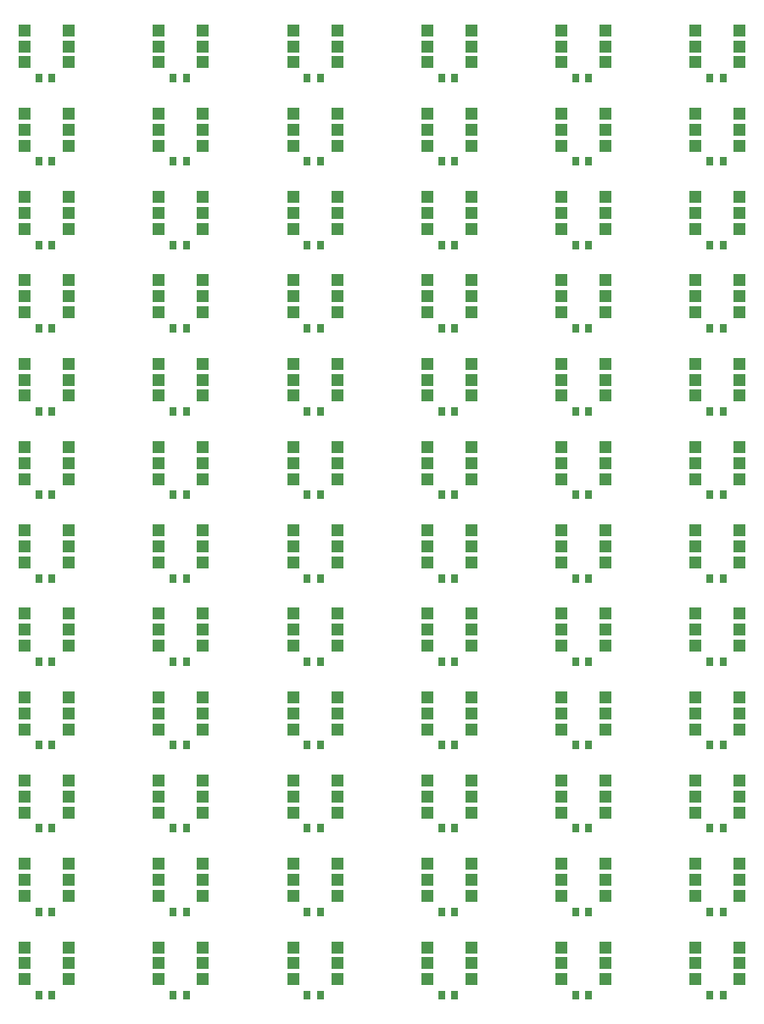
<source format=gtp>
G75*
%MOIN*%
%OFA0B0*%
%FSLAX24Y24*%
%IPPOS*%
%LPD*%
%AMOC8*
5,1,8,0,0,1.08239X$1,22.5*
%
%ADD10R,0.0276X0.0354*%
%ADD11R,0.0512X0.0472*%
D10*
X003874Y000570D03*
X004386Y000570D03*
X004386Y003846D03*
X003874Y003846D03*
X003874Y007121D03*
X004386Y007121D03*
X004386Y010397D03*
X003874Y010397D03*
X003874Y013672D03*
X004386Y013672D03*
X004386Y016948D03*
X003874Y016948D03*
X003874Y020224D03*
X004386Y020224D03*
X004386Y023499D03*
X003874Y023499D03*
X003874Y026775D03*
X004386Y026775D03*
X004386Y030050D03*
X003874Y030050D03*
X003874Y033326D03*
X004386Y033326D03*
X004386Y036601D03*
X003874Y036601D03*
X009149Y036601D03*
X009661Y036601D03*
X009661Y033326D03*
X009149Y033326D03*
X009149Y030050D03*
X009661Y030050D03*
X009661Y026775D03*
X009149Y026775D03*
X009149Y023499D03*
X009661Y023499D03*
X009661Y020224D03*
X009149Y020224D03*
X009149Y016948D03*
X009661Y016948D03*
X009661Y013672D03*
X009149Y013672D03*
X009149Y010397D03*
X009661Y010397D03*
X009661Y007121D03*
X009149Y007121D03*
X009149Y003846D03*
X009661Y003846D03*
X009661Y000570D03*
X009149Y000570D03*
X014425Y000570D03*
X014937Y000570D03*
X014937Y003846D03*
X014425Y003846D03*
X014425Y007121D03*
X014937Y007121D03*
X014937Y010397D03*
X014425Y010397D03*
X014425Y013672D03*
X014937Y013672D03*
X014937Y016948D03*
X014425Y016948D03*
X014425Y020224D03*
X014937Y020224D03*
X014937Y023499D03*
X014425Y023499D03*
X014425Y026775D03*
X014937Y026775D03*
X014937Y030050D03*
X014425Y030050D03*
X014425Y033326D03*
X014937Y033326D03*
X014937Y036601D03*
X014425Y036601D03*
X019701Y036601D03*
X020212Y036601D03*
X020212Y033326D03*
X019701Y033326D03*
X019701Y030050D03*
X020212Y030050D03*
X020212Y026775D03*
X019701Y026775D03*
X019701Y023499D03*
X020212Y023499D03*
X020212Y020224D03*
X019701Y020224D03*
X019701Y016948D03*
X020212Y016948D03*
X020212Y013672D03*
X019701Y013672D03*
X019701Y010397D03*
X020212Y010397D03*
X020212Y007121D03*
X019701Y007121D03*
X019701Y003846D03*
X020212Y003846D03*
X020212Y000570D03*
X019701Y000570D03*
X024976Y000570D03*
X025488Y000570D03*
X025488Y003846D03*
X024976Y003846D03*
X024976Y007121D03*
X025488Y007121D03*
X025488Y010397D03*
X024976Y010397D03*
X024976Y013672D03*
X025488Y013672D03*
X025488Y016948D03*
X024976Y016948D03*
X024976Y020224D03*
X025488Y020224D03*
X025488Y023499D03*
X024976Y023499D03*
X024976Y026775D03*
X025488Y026775D03*
X025488Y030050D03*
X024976Y030050D03*
X024976Y033326D03*
X025488Y033326D03*
X025488Y036601D03*
X024976Y036601D03*
X030252Y036601D03*
X030764Y036601D03*
X030764Y033326D03*
X030252Y033326D03*
X030252Y030050D03*
X030764Y030050D03*
X030764Y026775D03*
X030252Y026775D03*
X030252Y023499D03*
X030764Y023499D03*
X030764Y020224D03*
X030252Y020224D03*
X030252Y016948D03*
X030764Y016948D03*
X030764Y013672D03*
X030252Y013672D03*
X030252Y010397D03*
X030764Y010397D03*
X030764Y007121D03*
X030252Y007121D03*
X030252Y003846D03*
X030764Y003846D03*
X030764Y000570D03*
X030252Y000570D03*
D11*
X003314Y001190D03*
X003314Y001820D03*
X003314Y002450D03*
X005046Y002450D03*
X005046Y001820D03*
X005046Y001190D03*
X005046Y004466D03*
X005046Y005096D03*
X005046Y005726D03*
X003314Y005726D03*
X003314Y005096D03*
X003314Y004466D03*
X003314Y007741D03*
X003314Y008371D03*
X003314Y009001D03*
X005046Y009001D03*
X005046Y008371D03*
X005046Y007741D03*
X005046Y011017D03*
X005046Y011647D03*
X005046Y012277D03*
X003314Y012277D03*
X003314Y011647D03*
X003314Y011017D03*
X003314Y014292D03*
X003314Y014922D03*
X003314Y015552D03*
X005046Y015552D03*
X005046Y014922D03*
X005046Y014292D03*
X005046Y017568D03*
X005046Y018198D03*
X005046Y018828D03*
X003314Y018828D03*
X003314Y018198D03*
X003314Y017568D03*
X003314Y020844D03*
X003314Y021474D03*
X003314Y022103D03*
X005046Y022103D03*
X005046Y021474D03*
X005046Y020844D03*
X005046Y024119D03*
X005046Y024749D03*
X005046Y025379D03*
X003314Y025379D03*
X003314Y024749D03*
X003314Y024119D03*
X003314Y027395D03*
X003314Y028025D03*
X003314Y028655D03*
X005046Y028655D03*
X005046Y028025D03*
X005046Y027395D03*
X005046Y030670D03*
X005046Y031300D03*
X005046Y031930D03*
X003314Y031930D03*
X003314Y031300D03*
X003314Y030670D03*
X003314Y033946D03*
X003314Y034576D03*
X003314Y035206D03*
X005046Y035206D03*
X005046Y034576D03*
X005046Y033946D03*
X005046Y037222D03*
X005046Y037851D03*
X005046Y038481D03*
X003314Y038481D03*
X003314Y037851D03*
X003314Y037222D03*
X008589Y037222D03*
X008589Y037851D03*
X008589Y038481D03*
X010322Y038481D03*
X010322Y037851D03*
X010322Y037222D03*
X010322Y035206D03*
X010322Y034576D03*
X010322Y033946D03*
X008589Y033946D03*
X008589Y034576D03*
X008589Y035206D03*
X008589Y031930D03*
X008589Y031300D03*
X008589Y030670D03*
X010322Y030670D03*
X010322Y031300D03*
X010322Y031930D03*
X010322Y028655D03*
X010322Y028025D03*
X010322Y027395D03*
X008589Y027395D03*
X008589Y028025D03*
X008589Y028655D03*
X008589Y025379D03*
X008589Y024749D03*
X008589Y024119D03*
X010322Y024119D03*
X010322Y024749D03*
X010322Y025379D03*
X010322Y022103D03*
X010322Y021474D03*
X010322Y020844D03*
X008589Y020844D03*
X008589Y021474D03*
X008589Y022103D03*
X008589Y018828D03*
X008589Y018198D03*
X008589Y017568D03*
X010322Y017568D03*
X010322Y018198D03*
X010322Y018828D03*
X010322Y015552D03*
X010322Y014922D03*
X010322Y014292D03*
X008589Y014292D03*
X008589Y014922D03*
X008589Y015552D03*
X008589Y012277D03*
X008589Y011647D03*
X008589Y011017D03*
X010322Y011017D03*
X010322Y011647D03*
X010322Y012277D03*
X010322Y009001D03*
X010322Y008371D03*
X010322Y007741D03*
X008589Y007741D03*
X008589Y008371D03*
X008589Y009001D03*
X008589Y005726D03*
X008589Y005096D03*
X008589Y004466D03*
X010322Y004466D03*
X010322Y005096D03*
X010322Y005726D03*
X010322Y002450D03*
X010322Y001820D03*
X010322Y001190D03*
X008589Y001190D03*
X008589Y001820D03*
X008589Y002450D03*
X013865Y002450D03*
X013865Y001820D03*
X013865Y001190D03*
X015597Y001190D03*
X015597Y001820D03*
X015597Y002450D03*
X015597Y004466D03*
X015597Y005096D03*
X015597Y005726D03*
X013865Y005726D03*
X013865Y005096D03*
X013865Y004466D03*
X013865Y007741D03*
X013865Y008371D03*
X013865Y009001D03*
X015597Y009001D03*
X015597Y008371D03*
X015597Y007741D03*
X015597Y011017D03*
X015597Y011647D03*
X015597Y012277D03*
X013865Y012277D03*
X013865Y011647D03*
X013865Y011017D03*
X013865Y014292D03*
X013865Y014922D03*
X013865Y015552D03*
X015597Y015552D03*
X015597Y014922D03*
X015597Y014292D03*
X015597Y017568D03*
X015597Y018198D03*
X015597Y018828D03*
X013865Y018828D03*
X013865Y018198D03*
X013865Y017568D03*
X013865Y020844D03*
X013865Y021474D03*
X013865Y022103D03*
X015597Y022103D03*
X015597Y021474D03*
X015597Y020844D03*
X015597Y024119D03*
X015597Y024749D03*
X015597Y025379D03*
X013865Y025379D03*
X013865Y024749D03*
X013865Y024119D03*
X013865Y027395D03*
X013865Y028025D03*
X013865Y028655D03*
X015597Y028655D03*
X015597Y028025D03*
X015597Y027395D03*
X015597Y030670D03*
X015597Y031300D03*
X015597Y031930D03*
X013865Y031930D03*
X013865Y031300D03*
X013865Y030670D03*
X013865Y033946D03*
X013865Y034576D03*
X013865Y035206D03*
X015597Y035206D03*
X015597Y034576D03*
X015597Y033946D03*
X015597Y037222D03*
X015597Y037851D03*
X015597Y038481D03*
X013865Y038481D03*
X013865Y037851D03*
X013865Y037222D03*
X019140Y037222D03*
X019140Y037851D03*
X019140Y038481D03*
X020873Y038481D03*
X020873Y037851D03*
X020873Y037222D03*
X020873Y035206D03*
X020873Y034576D03*
X020873Y033946D03*
X019140Y033946D03*
X019140Y034576D03*
X019140Y035206D03*
X019140Y031930D03*
X019140Y031300D03*
X019140Y030670D03*
X020873Y030670D03*
X020873Y031300D03*
X020873Y031930D03*
X020873Y028655D03*
X020873Y028025D03*
X020873Y027395D03*
X019140Y027395D03*
X019140Y028025D03*
X019140Y028655D03*
X019140Y025379D03*
X019140Y024749D03*
X019140Y024119D03*
X020873Y024119D03*
X020873Y024749D03*
X020873Y025379D03*
X020873Y022103D03*
X020873Y021474D03*
X020873Y020844D03*
X019140Y020844D03*
X019140Y021474D03*
X019140Y022103D03*
X019140Y018828D03*
X019140Y018198D03*
X019140Y017568D03*
X020873Y017568D03*
X020873Y018198D03*
X020873Y018828D03*
X020873Y015552D03*
X020873Y014922D03*
X020873Y014292D03*
X019140Y014292D03*
X019140Y014922D03*
X019140Y015552D03*
X019140Y012277D03*
X019140Y011647D03*
X019140Y011017D03*
X020873Y011017D03*
X020873Y011647D03*
X020873Y012277D03*
X020873Y009001D03*
X020873Y008371D03*
X020873Y007741D03*
X019140Y007741D03*
X019140Y008371D03*
X019140Y009001D03*
X019140Y005726D03*
X019140Y005096D03*
X019140Y004466D03*
X020873Y004466D03*
X020873Y005096D03*
X020873Y005726D03*
X020873Y002450D03*
X020873Y001820D03*
X020873Y001190D03*
X019140Y001190D03*
X019140Y001820D03*
X019140Y002450D03*
X024416Y002450D03*
X024416Y001820D03*
X024416Y001190D03*
X026148Y001190D03*
X026148Y001820D03*
X026148Y002450D03*
X026148Y004466D03*
X026148Y005096D03*
X026148Y005726D03*
X024416Y005726D03*
X024416Y005096D03*
X024416Y004466D03*
X024416Y007741D03*
X024416Y008371D03*
X024416Y009001D03*
X026148Y009001D03*
X026148Y008371D03*
X026148Y007741D03*
X026148Y011017D03*
X026148Y011647D03*
X026148Y012277D03*
X024416Y012277D03*
X024416Y011647D03*
X024416Y011017D03*
X024416Y014292D03*
X024416Y014922D03*
X024416Y015552D03*
X026148Y015552D03*
X026148Y014922D03*
X026148Y014292D03*
X026148Y017568D03*
X026148Y018198D03*
X026148Y018828D03*
X024416Y018828D03*
X024416Y018198D03*
X024416Y017568D03*
X024416Y020844D03*
X024416Y021474D03*
X024416Y022103D03*
X026148Y022103D03*
X026148Y021474D03*
X026148Y020844D03*
X026148Y024119D03*
X026148Y024749D03*
X026148Y025379D03*
X024416Y025379D03*
X024416Y024749D03*
X024416Y024119D03*
X024416Y027395D03*
X024416Y028025D03*
X024416Y028655D03*
X026148Y028655D03*
X026148Y028025D03*
X026148Y027395D03*
X026148Y030670D03*
X026148Y031300D03*
X026148Y031930D03*
X024416Y031930D03*
X024416Y031300D03*
X024416Y030670D03*
X024416Y033946D03*
X024416Y034576D03*
X024416Y035206D03*
X026148Y035206D03*
X026148Y034576D03*
X026148Y033946D03*
X026148Y037222D03*
X026148Y037851D03*
X026148Y038481D03*
X024416Y038481D03*
X024416Y037851D03*
X024416Y037222D03*
X029692Y037222D03*
X029692Y037851D03*
X029692Y038481D03*
X031424Y038481D03*
X031424Y037851D03*
X031424Y037222D03*
X031424Y035206D03*
X031424Y034576D03*
X031424Y033946D03*
X029692Y033946D03*
X029692Y034576D03*
X029692Y035206D03*
X029692Y031930D03*
X029692Y031300D03*
X029692Y030670D03*
X031424Y030670D03*
X031424Y031300D03*
X031424Y031930D03*
X031424Y028655D03*
X031424Y028025D03*
X031424Y027395D03*
X029692Y027395D03*
X029692Y028025D03*
X029692Y028655D03*
X029692Y025379D03*
X029692Y024749D03*
X029692Y024119D03*
X031424Y024119D03*
X031424Y024749D03*
X031424Y025379D03*
X031424Y022103D03*
X031424Y021474D03*
X031424Y020844D03*
X029692Y020844D03*
X029692Y021474D03*
X029692Y022103D03*
X029692Y018828D03*
X029692Y018198D03*
X029692Y017568D03*
X031424Y017568D03*
X031424Y018198D03*
X031424Y018828D03*
X031424Y015552D03*
X031424Y014922D03*
X031424Y014292D03*
X029692Y014292D03*
X029692Y014922D03*
X029692Y015552D03*
X029692Y012277D03*
X029692Y011647D03*
X029692Y011017D03*
X031424Y011017D03*
X031424Y011647D03*
X031424Y012277D03*
X031424Y009001D03*
X031424Y008371D03*
X031424Y007741D03*
X029692Y007741D03*
X029692Y008371D03*
X029692Y009001D03*
X029692Y005726D03*
X029692Y005096D03*
X029692Y004466D03*
X031424Y004466D03*
X031424Y005096D03*
X031424Y005726D03*
X031424Y002450D03*
X031424Y001820D03*
X031424Y001190D03*
X029692Y001190D03*
X029692Y001820D03*
X029692Y002450D03*
M02*

</source>
